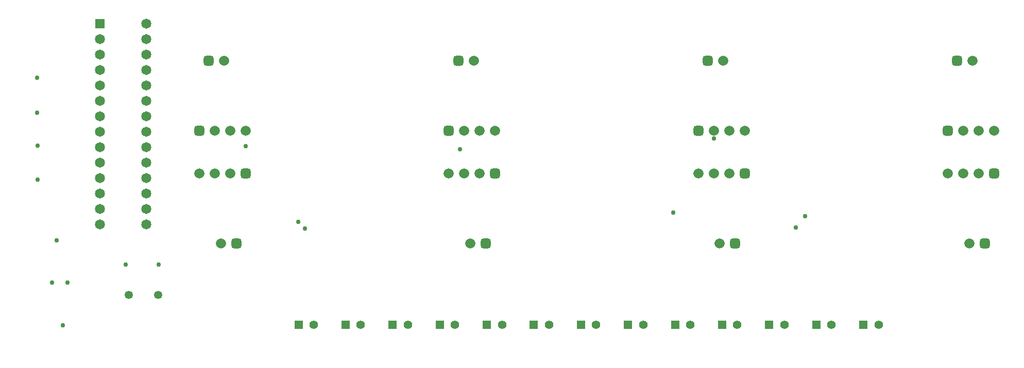
<source format=gbr>
%TF.GenerationSoftware,Altium Limited,Altium Designer,24.6.1 (21)*%
G04 Layer_Color=16711935*
%FSLAX45Y45*%
%MOMM*%
%TF.SameCoordinates,9A433DDD-85E4-4EE4-B99C-1E68303A8431*%
%TF.FilePolarity,Negative*%
%TF.FileFunction,Soldermask,Bot*%
%TF.Part,Single*%
G01*
G75*
%TA.AperFunction,ComponentPad*%
%ADD23R,1.40000X1.40000*%
%ADD24C,1.40000*%
%TA.AperFunction,ViaPad*%
%ADD33C,0.75000*%
%TA.AperFunction,ComponentPad*%
%ADD34C,1.67000*%
G04:AMPARAMS|DCode=35|XSize=1.67mm|YSize=1.67mm|CornerRadius=0.455mm|HoleSize=0mm|Usage=FLASHONLY|Rotation=180.000|XOffset=0mm|YOffset=0mm|HoleType=Round|Shape=RoundedRectangle|*
%AMROUNDEDRECTD35*
21,1,1.67000,0.76000,0,0,180.0*
21,1,0.76000,1.67000,0,0,180.0*
1,1,0.91000,-0.38000,0.38000*
1,1,0.91000,0.38000,0.38000*
1,1,0.91000,0.38000,-0.38000*
1,1,0.91000,-0.38000,-0.38000*
%
%ADD35ROUNDEDRECTD35*%
%ADD36C,1.35000*%
%TA.AperFunction,WasherPad*%
%ADD37C,0.15000*%
%TA.AperFunction,ComponentPad*%
%ADD38C,1.65000*%
%ADD39R,1.65000X1.65000*%
D23*
X10163690Y809195D02*
D03*
X13258258D02*
D03*
X4748201D02*
D03*
X6295483D02*
D03*
X5521845D02*
D03*
X7069126D02*
D03*
X7842770D02*
D03*
X8616408D02*
D03*
X9390051D02*
D03*
X12484615D02*
D03*
X11710976D02*
D03*
X10937333D02*
D03*
X14031902D02*
D03*
D24*
X10413692D02*
D03*
X13508255D02*
D03*
X4998198D02*
D03*
X6545480D02*
D03*
X5771842D02*
D03*
X7319123D02*
D03*
X8092767D02*
D03*
X8866410D02*
D03*
X9640048D02*
D03*
X12734617D02*
D03*
X11960973D02*
D03*
X11187335D02*
D03*
X14281898D02*
D03*
D33*
X7403321Y3700000D02*
D03*
X3881000Y3750000D02*
D03*
X454921Y4294929D02*
D03*
X1905002Y1799998D02*
D03*
X2449999D02*
D03*
X454992Y4870000D02*
D03*
X455784Y3753065D02*
D03*
X462698Y3198340D02*
D03*
X877678Y800000D02*
D03*
X775001Y2195004D02*
D03*
X700000Y1499999D02*
D03*
X950002D02*
D03*
X11578295Y3875001D02*
D03*
X10904719Y2651396D02*
D03*
X4851899Y2396837D02*
D03*
X12919458Y2412977D02*
D03*
X4740139Y2500977D02*
D03*
X13078960Y2594957D02*
D03*
D34*
X3119000Y3300001D02*
D03*
X3373000D02*
D03*
X3627000D02*
D03*
X3472999Y2150000D02*
D03*
X15673000Y3999999D02*
D03*
X15927000D02*
D03*
X16181000D02*
D03*
X15927000Y3300001D02*
D03*
X15673000D02*
D03*
X15419000D02*
D03*
X11826998D02*
D03*
X11572998D02*
D03*
X11318998D02*
D03*
X11572998Y3999999D02*
D03*
X11826998D02*
D03*
X12080998D02*
D03*
X7473002D02*
D03*
X7727002D02*
D03*
X7981002D02*
D03*
X7727002Y3300001D02*
D03*
X7473002D02*
D03*
X7219002D02*
D03*
X3373000Y3999999D02*
D03*
X3627000D02*
D03*
X3881000D02*
D03*
X15827000Y5149999D02*
D03*
X11726999D02*
D03*
X7627002D02*
D03*
X3527000D02*
D03*
X15773000Y2150000D02*
D03*
X11672998D02*
D03*
X7573002D02*
D03*
D35*
X3881000Y3300001D02*
D03*
X3726999Y2150000D02*
D03*
X15419000Y3999999D02*
D03*
X16181000Y3300001D02*
D03*
X12080998D02*
D03*
X11318998Y3999999D02*
D03*
X7219002D02*
D03*
X7981002Y3300001D02*
D03*
X3119000Y3999999D02*
D03*
X15573001Y5149999D02*
D03*
X11472999D02*
D03*
X7373002D02*
D03*
X3273000D02*
D03*
X16027000Y2150000D02*
D03*
X11926998D02*
D03*
X7827002D02*
D03*
D36*
X1956005Y1300005D02*
D03*
X2444005D02*
D03*
D37*
X16250002Y6000000D02*
D03*
X249998D02*
D03*
X16250002Y249999D02*
D03*
X249998D02*
D03*
D38*
X1486399Y4235797D02*
D03*
X2248399Y3727797D02*
D03*
Y3981797D02*
D03*
X1486399D02*
D03*
X2248399Y4235797D02*
D03*
X1486399Y3473797D02*
D03*
Y3727797D02*
D03*
Y4489797D02*
D03*
Y3219797D02*
D03*
Y2965797D02*
D03*
Y2711797D02*
D03*
Y2457797D02*
D03*
X2248399D02*
D03*
Y2711797D02*
D03*
Y2965797D02*
D03*
Y3219797D02*
D03*
Y3473797D02*
D03*
Y4489797D02*
D03*
Y4743797D02*
D03*
Y4997797D02*
D03*
Y5251797D02*
D03*
Y5505797D02*
D03*
Y5759797D02*
D03*
X1486399Y5505797D02*
D03*
Y5251797D02*
D03*
Y4997797D02*
D03*
Y4743797D02*
D03*
D39*
Y5759797D02*
D03*
%TF.MD5,dbfa121589d26dbed4872ae6f688412a*%
M02*

</source>
